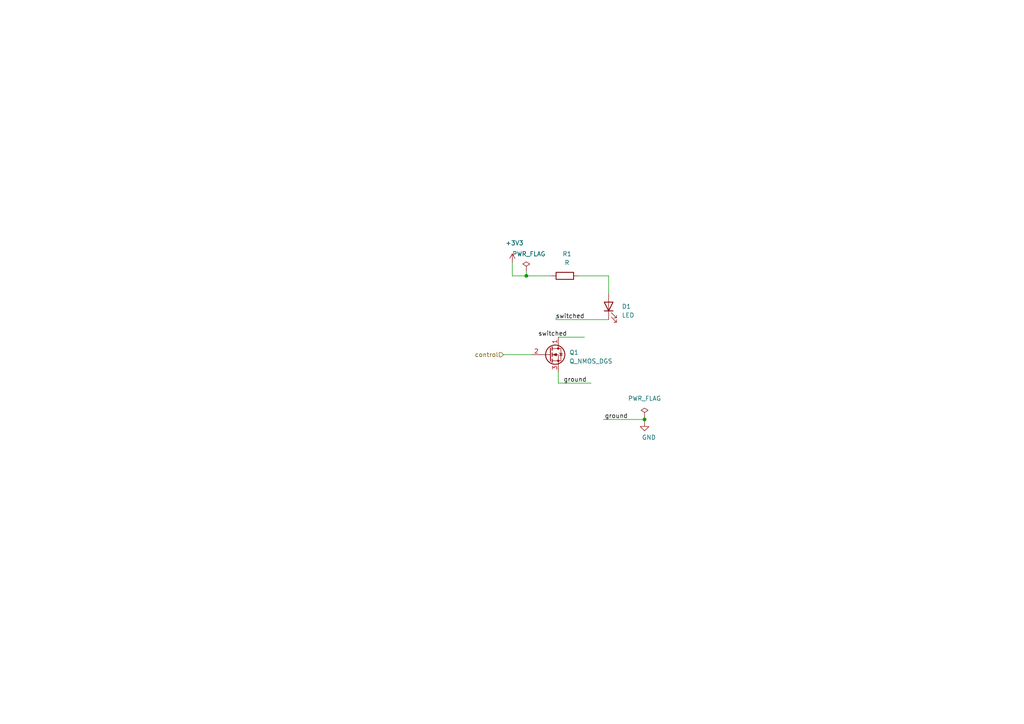
<source format=kicad_sch>
(kicad_sch (version 20201015) (generator eeschema)
  (paper "A4")
  (lib_symbols
    (symbol "Device:LED" (pin_numbers hide) (pin_names (offset 1.016) hide)
      (property "Reference" "D" (at 0 2.54 0))
      (property "Value" "LED" (at 0 -2.54 0))
      (symbol "LED_0_1"
        (polyline (pts (xy -1.27 -1.27) (xy -1.27 1.27)) (stroke (width 0.254)))
        (polyline (pts (xy -1.27 0) (xy 1.27 0)))
        (polyline (pts (xy 1.27 -1.27) (xy 1.27 1.27) (xy -1.27 0) (xy 1.27 -1.27)) (stroke (width 0.254)))
        (polyline (pts (xy -3.048 -0.762) (xy -4.572 -2.286) (xy -3.81 -2.286) (xy -4.572 -2.286) (xy -4.572 -1.524)))
        (polyline (pts (xy -1.778 -0.762) (xy -3.302 -2.286) (xy -2.54 -2.286) (xy -3.302 -2.286) (xy -3.302 -1.524)))
      )
      (symbol "LED_1_1"
        (pin passive line (at -3.81 0 0) (length 2.54) (name "K") (number "1"))
        (pin passive line (at 3.81 0 180) (length 2.54) (name "A") (number "2"))
      )
    )
    (symbol "Device:Q_NMOS_DGS" (pin_names (offset 0) hide)
      (property "Reference" "Q" (at 5.08 1.27 0))
      (property "Value" "Q_NMOS_DGS" (at 5.08 -1.27 0))
      (symbol "Q_NMOS_DGS_0_1"
        (circle (center 1.651 0) (radius 2.794) (stroke (width 0.254)))
        (circle (center 2.54 -1.778) (radius 0.254) (fill (type outline)))
        (circle (center 2.54 1.778) (radius 0.254) (fill (type outline)))
        (polyline (pts (xy 0.254 0) (xy -2.54 0)))
        (polyline (pts (xy 0.254 1.905) (xy 0.254 -1.905)) (stroke (width 0.254)))
        (polyline (pts (xy 0.762 -1.27) (xy 0.762 -2.286)) (stroke (width 0.254)))
        (polyline (pts (xy 0.762 0.508) (xy 0.762 -0.508)) (stroke (width 0.254)))
        (polyline (pts (xy 0.762 2.286) (xy 0.762 1.27)) (stroke (width 0.254)))
        (polyline (pts (xy 2.54 2.54) (xy 2.54 1.778)))
        (polyline (pts (xy 2.54 -2.54) (xy 2.54 0) (xy 0.762 0)))
        (polyline (pts (xy 0.762 -1.778) (xy 3.302 -1.778) (xy 3.302 1.778) (xy 0.762 1.778)))
        (polyline (pts (xy 1.016 0) (xy 2.032 0.381) (xy 2.032 -0.381) (xy 1.016 0)) (fill (type outline)))
        (polyline (pts (xy 2.794 0.508) (xy 2.921 0.381) (xy 3.683 0.381) (xy 3.81 0.254)))
        (polyline (pts (xy 3.302 0.381) (xy 2.921 -0.254) (xy 3.683 -0.254) (xy 3.302 0.381)))
      )
      (symbol "Q_NMOS_DGS_1_1"
        (pin passive line (at 2.54 5.08 270) (length 2.54) (name "D") (number "1"))
        (pin input line (at -5.08 0 0) (length 2.54) (name "G") (number "2"))
        (pin passive line (at 2.54 -5.08 90) (length 2.54) (name "S") (number "3"))
      )
    )
    (symbol "Device:R" (pin_numbers hide) (pin_names (offset 0))
      (property "Reference" "R" (at 2.032 0 90))
      (property "Value" "R" (at 0 0 90))
      (symbol "R_0_1"
        (rectangle (start -1.016 -2.54) (end 1.016 2.54) (stroke (width 0.254)))
      )
      (symbol "R_1_1"
        (pin passive line (at 0 3.81 270) (length 1.27) (name "~") (number "1"))
        (pin passive line (at 0 -3.81 90) (length 1.27) (name "~") (number "2"))
      )
    )
    (symbol "power:+3V3" (power) (pin_names (offset 0))
      (property "Value" "+3V3" (at 0 3.556 0))
      (symbol "+3V3_0_1"
        (polyline (pts (xy -0.762 1.27) (xy 0 2.54)))
        (polyline (pts (xy 0 0) (xy 0 2.54)))
        (polyline (pts (xy 0 2.54) (xy 0.762 1.27)))
      )
      (symbol "+3V3_1_1"
        (pin power_in line (at 0 0 90) (length 0) hide (name "+3V3") (number "1"))
      )
    )
    (symbol "power:GND" (power) (pin_names (offset 0))
      (property "Value" "GND" (at 0 -3.81 0))
      (symbol "GND_0_1"
        (polyline (pts (xy 0 0) (xy 0 -1.27) (xy 1.27 -1.27) (xy 0 -2.54) (xy -1.27 -1.27) (xy 0 -1.27)))
      )
      (symbol "GND_1_1"
        (pin power_in line (at 0 0 270) (length 0) hide (name "GND") (number "1"))
      )
    )
    (symbol "power:PWR_FLAG" (power) (pin_numbers hide) (pin_names (offset 0) hide)
      (property "Value" "PWR_FLAG" (at 0 3.81 0))
      (symbol "PWR_FLAG_0_0"
        (pin power_out line (at 0 0 90) (length 0) (name "pwr") (number "1"))
      )
      (symbol "PWR_FLAG_0_1"
        (polyline (pts (xy 0 0) (xy 0 1.27) (xy -1.016 1.905) (xy 0 2.54) (xy 1.016 1.905) (xy 0 1.27)))
      )
    )
  )
  (junction (at 152.654 80.01) (diameter 0.9144))
  (junction (at 186.944 121.666) (diameter 0.9144))
  (wire (pts (xy 146.05 102.87) (xy 154.305 102.87)))
  (wire (pts (xy 148.59 80.01) (xy 148.59 76.2)))
  (wire (pts (xy 152.654 78.486) (xy 152.654 80.01)))
  (wire (pts (xy 152.654 80.01) (xy 148.59 80.01)))
  (wire (pts (xy 160.02 80.01) (xy 152.654 80.01)))
  (wire (pts (xy 161.29 92.075) (xy 161.29 92.71)))
  (wire (pts (xy 161.925 97.79) (xy 169.545 97.79)))
  (wire (pts (xy 161.925 107.95) (xy 161.925 111.125)))
  (wire (pts (xy 161.925 111.125) (xy 171.45 111.125)))
  (wire (pts (xy 167.64 80.01) (xy 176.53 80.01)))
  (wire (pts (xy 175.006 121.666) (xy 186.944 121.666)))
  (wire (pts (xy 176.53 80.01) (xy 176.53 85.09)))
  (wire (pts (xy 176.53 92.71) (xy 161.29 92.71)))
  (wire (pts (xy 186.944 121.666) (xy 186.944 120.904)))
  (wire (pts (xy 186.944 121.666) (xy 186.944 122.428)))
  (label "switched" (at 164.465 97.79 180))
  (label "switched" (at 169.545 92.71 180))
  (label "ground" (at 170.18 111.125 180))
  (label "ground" (at 182.118 121.666 180))
  (hierarchical_label "control" (shape input) (at 146.05 102.87 180))
  (symbol (lib_id "power:PWR_FLAG") (at 152.654 78.486 0) (unit 1)
    (property "Reference" "#FLG?" (effects hide))
    (property "Value" "PWR_FLAG" (at 153.416 73.66 0))
  )
  (symbol (lib_id "power:PWR_FLAG") (at 186.944 120.904 0) (unit 1)
    (property "Reference" "#FLG?" (effects hide))
    (property "Value" "PWR_FLAG" (at 186.944 115.57 0))
  )
  (symbol (lib_id "power:+3V3") (at 148.59 76.2 0) (unit 1)
    (property "Reference" "#PWR05" (effects hide))
    (property "Value" "+3V3" (at 149.225 70.485 0))
  )
  (symbol (lib_id "power:GND") (at 186.944 122.428 0) (unit 1)
    (property "Reference" "#PWR06" (effects hide))
    (property "Value" "GND" (at 188.214 126.873 0))
  )
  (symbol (lib_id "Device:R") (at 163.83 80.01 90) (unit 1)
    (property "Reference" "R1" (at 164.465 73.66 90))
    (property "Value" "R" (at 164.465 76.2 90))
    (property "Footprint" "Resistor_SMD:R_0805_2012Metric" (effects hide))
  )
  (symbol (lib_id "Device:LED") (at 176.53 88.9 90) (unit 1)
    (property "Reference" "D1" (at 180.34 88.9 90) (effects (justify right)))
    (property "Value" "LED" (at 180.34 91.44 90) (effects (justify right)))
    (property "Footprint" "LED_SMD:LED_0805_2012Metric" (effects hide))
  )
  (symbol (lib_id "Device:Q_NMOS_DGS") (at 159.385 102.87 0) (unit 1)
    (property "Reference" "Q1" (at 165.1 102.235 0) (effects (justify left)))
    (property "Value" "Q_NMOS_DGS" (at 165.1 104.775 0) (effects (justify left)))
    (property "Footprint" "Package_TO_SOT_SMD:SOT-23" (effects hide))
  )
)
</source>
